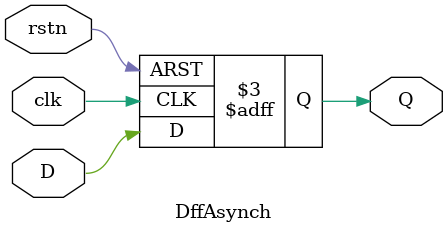
<source format=v>
/*
 * DffAsynch.sv
 * 
 * "Asynchronous DFF for unique cases where synchronous won't cut it"
 */
module DffAsynch (
    // Flop I/O.
    input      D,
    output reg Q,
    
    // Common signals.
    input      clk,
    input      rstn
);

// Core Logic: Update logic on rising clk edge OR falling reset edge.
always @(posedge clk, negedge rstn) begin
    if (~rstn)  Q <= 1'b0;     // Asynchronous, active-low reset
    else        Q <= D;        // Synchronous update
end

endmodule

</source>
